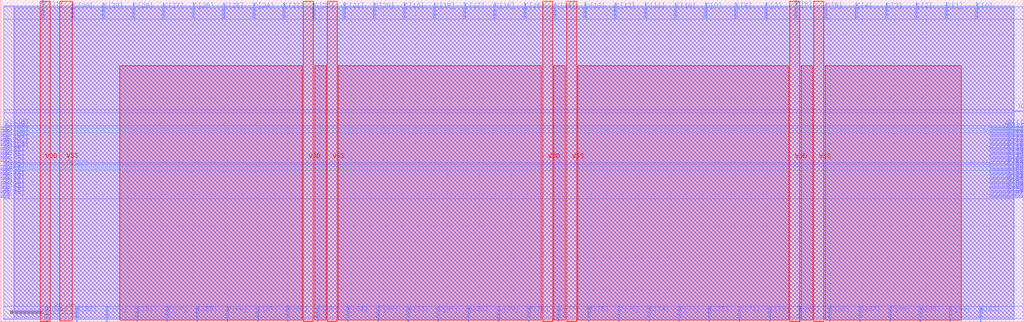
<source format=lef>
VERSION 5.7 ;
  NOWIREEXTENSIONATPIN ON ;
  DIVIDERCHAR "/" ;
  BUSBITCHARS "[]" ;
MACRO NBR128
  CLASS BLOCK ;
  FOREIGN NBR128 ;
  ORIGIN 0.000 0.000 ;
  SIZE 320.540 BY 100.920 ;
  PIN RESET
    PORT
      LAYER met3 ;
        RECT 2.545 47.850 38.500 48.300 ;
    END
  END RESET
  PIN VDD
    DIRECTION INOUT ;
    USE POWER ;
    PORT
      LAYER met4 ;
        RECT 12.360 0.190 15.450 100.435 ;
    END
    PORT
      LAYER met4 ;
        RECT 94.860 0.190 97.950 100.435 ;
    END
    PORT
      LAYER met4 ;
        RECT 169.860 0.190 172.950 100.435 ;
    END
    PORT
      LAYER met4 ;
        RECT 247.360 0.190 250.450 100.435 ;
    END
  END VDD
  PIN VSS
    DIRECTION INOUT ;
    USE GROUND ;
    PORT
      LAYER met4 ;
        RECT 18.525 0.370 22.445 100.435 ;
    END
    PORT
      LAYER met4 ;
        RECT 102.360 0.190 105.450 100.435 ;
    END
    PORT
      LAYER met4 ;
        RECT 177.360 0.190 180.450 100.435 ;
    END
    PORT
      LAYER met4 ;
        RECT 254.860 0.190 257.950 100.435 ;
    END
  END VSS
  PIN C[0]
    PORT
      LAYER met2 ;
        RECT 305.780 95.085 306.000 99.960 ;
    END
  END C[0]
  PIN C[1]
    PORT
      LAYER met2 ;
        RECT 296.340 95.085 296.560 99.960 ;
    END
  END C[1]
  PIN C[2]
    PORT
      LAYER met2 ;
        RECT 286.900 95.085 287.120 99.960 ;
    END
  END C[2]
  PIN C[3]
    PORT
      LAYER met2 ;
        RECT 277.460 95.085 277.680 99.960 ;
    END
  END C[3]
  PIN C[4]
    PORT
      LAYER met2 ;
        RECT 268.020 95.085 268.240 99.960 ;
    END
  END C[4]
  PIN C[5]
    PORT
      LAYER met2 ;
        RECT 258.580 95.085 258.800 99.960 ;
    END
  END C[5]
  PIN C[7]
    PORT
      LAYER met2 ;
        RECT 239.700 95.085 239.920 99.960 ;
    END
  END C[7]
  PIN C[8]
    PORT
      LAYER met2 ;
        RECT 230.260 95.085 230.480 99.960 ;
    END
  END C[8]
  PIN C[9]
    PORT
      LAYER met2 ;
        RECT 220.820 95.085 221.040 99.960 ;
    END
  END C[9]
  PIN C[10]
    PORT
      LAYER met2 ;
        RECT 211.380 95.085 211.600 99.960 ;
    END
  END C[10]
  PIN C[11]
    PORT
      LAYER met2 ;
        RECT 201.940 95.085 202.160 99.960 ;
    END
  END C[11]
  PIN C[12]
    PORT
      LAYER met2 ;
        RECT 192.500 95.085 192.720 99.960 ;
    END
  END C[12]
  PIN C[13]
    PORT
      LAYER met2 ;
        RECT 183.060 95.085 183.280 99.960 ;
    END
  END C[13]
  PIN C[14]
    PORT
      LAYER met2 ;
        RECT 173.620 95.085 173.840 99.960 ;
    END
  END C[14]
  PIN C[15]
    PORT
      LAYER met2 ;
        RECT 164.180 95.085 164.400 99.960 ;
    END
  END C[15]
  PIN C[16]
    PORT
      LAYER met2 ;
        RECT 154.740 95.085 154.960 99.960 ;
    END
  END C[16]
  PIN C[17]
    PORT
      LAYER met2 ;
        RECT 145.300 95.085 145.520 99.960 ;
    END
  END C[17]
  PIN C[18]
    PORT
      LAYER met2 ;
        RECT 135.860 95.085 136.080 99.960 ;
    END
  END C[18]
  PIN C[19]
    PORT
      LAYER met2 ;
        RECT 126.420 95.085 126.640 99.960 ;
    END
  END C[19]
  PIN C[20]
    PORT
      LAYER met2 ;
        RECT 116.980 95.085 117.200 99.960 ;
    END
  END C[20]
  PIN C[21]
    PORT
      LAYER met2 ;
        RECT 107.540 95.085 107.760 99.960 ;
    END
  END C[21]
  PIN C[22]
    PORT
      LAYER met2 ;
        RECT 98.100 95.085 98.320 99.960 ;
    END
  END C[22]
  PIN C[23]
    PORT
      LAYER met2 ;
        RECT 88.660 95.085 88.880 99.960 ;
    END
  END C[23]
  PIN C[24]
    PORT
      LAYER met2 ;
        RECT 79.220 95.085 79.440 99.960 ;
    END
  END C[24]
  PIN C[25]
    PORT
      LAYER met2 ;
        RECT 69.780 95.085 70.000 99.960 ;
    END
  END C[25]
  PIN C[26]
    PORT
      LAYER met2 ;
        RECT 60.340 95.085 60.560 99.960 ;
    END
  END C[26]
  PIN C[27]
    PORT
      LAYER met2 ;
        RECT 50.900 95.085 51.120 99.960 ;
    END
  END C[27]
  PIN C[28]
    PORT
      LAYER met2 ;
        RECT 41.460 95.085 41.680 99.960 ;
    END
  END C[28]
  PIN C[29]
    PORT
      LAYER met2 ;
        RECT 32.020 95.085 32.240 99.960 ;
    END
  END C[29]
  PIN C[30]
    PORT
      LAYER met2 ;
        RECT 22.580 95.085 22.800 99.960 ;
    END
  END C[30]
  PIN C[6]
    PORT
      LAYER met2 ;
        RECT 249.140 95.085 249.360 100.755 ;
    END
  END C[6]
  PIN C[31]
    PORT
      LAYER met2 ;
        RECT 13.140 95.085 13.360 100.920 ;
    END
  END C[31]
  PIN C[32]
    PORT
      LAYER met1 ;
        RECT 0.000 48.740 2.450 49.050 ;
    END
  END C[32]
  PIN C[33]
    PORT
      LAYER met1 ;
        RECT 0.000 48.030 2.450 48.340 ;
    END
  END C[33]
  PIN C[34]
    PORT
      LAYER met1 ;
        RECT 0.000 47.320 2.450 47.630 ;
    END
  END C[34]
  PIN C[35]
    PORT
      LAYER met1 ;
        RECT 0.000 46.610 2.450 46.920 ;
    END
  END C[35]
  PIN C[36]
    PORT
      LAYER met1 ;
        RECT 0.000 45.900 2.450 46.210 ;
    END
  END C[36]
  PIN C[37]
    PORT
      LAYER met1 ;
        RECT 0.000 45.190 2.450 45.500 ;
    END
  END C[37]
  PIN C[38]
    PORT
      LAYER met1 ;
        RECT 0.000 44.480 2.450 44.790 ;
    END
  END C[38]
  PIN C[39]
    PORT
      LAYER met1 ;
        RECT 0.000 43.770 2.450 44.080 ;
    END
  END C[39]
  PIN C[40]
    PORT
      LAYER met1 ;
        RECT 0.000 43.060 2.450 43.370 ;
    END
  END C[40]
  PIN C[41]
    PORT
      LAYER met1 ;
        RECT 0.000 42.350 2.450 42.660 ;
    END
  END C[41]
  PIN C[42]
    PORT
      LAYER met1 ;
        RECT 0.000 41.640 2.450 41.950 ;
    END
  END C[42]
  PIN C[43]
    PORT
      LAYER met1 ;
        RECT 0.000 40.930 2.450 41.240 ;
    END
  END C[43]
  PIN C[44]
    PORT
      LAYER met1 ;
        RECT 0.000 40.220 2.450 40.530 ;
    END
  END C[44]
  PIN C[45]
    PORT
      LAYER met1 ;
        RECT 0.000 39.510 2.450 39.820 ;
    END
  END C[45]
  PIN C[46]
    PORT
      LAYER met1 ;
        RECT 0.000 38.800 2.450 39.110 ;
    END
  END C[46]
  PIN C[47]
    PORT
      LAYER met1 ;
        RECT 310.460 38.790 320.510 39.100 ;
    END
  END C[47]
  PIN C[48]
    PORT
      LAYER met1 ;
        RECT 310.460 39.500 320.510 39.810 ;
    END
  END C[48]
  PIN C[49]
    PORT
      LAYER met1 ;
        RECT 310.460 40.210 320.510 40.520 ;
    END
  END C[49]
  PIN C[50]
    PORT
      LAYER met1 ;
        RECT 310.460 40.920 320.510 41.230 ;
    END
  END C[50]
  PIN C[51]
    PORT
      LAYER met1 ;
        RECT 310.460 41.630 320.510 41.940 ;
    END
  END C[51]
  PIN C[52]
    PORT
      LAYER met1 ;
        RECT 310.460 42.340 320.510 42.650 ;
    END
  END C[52]
  PIN C[53]
    PORT
      LAYER met1 ;
        RECT 310.460 43.050 320.510 43.360 ;
    END
  END C[53]
  PIN C[54]
    PORT
      LAYER met1 ;
        RECT 310.460 43.760 320.510 44.070 ;
    END
  END C[54]
  PIN C[55]
    PORT
      LAYER met1 ;
        RECT 310.460 44.470 320.510 44.780 ;
    END
  END C[55]
  PIN C[56]
    PORT
      LAYER met1 ;
        RECT 310.460 45.180 320.510 45.490 ;
    END
  END C[56]
  PIN C[57]
    PORT
      LAYER met1 ;
        RECT 310.460 45.890 320.510 46.200 ;
    END
  END C[57]
  PIN C[58]
    PORT
      LAYER met1 ;
        RECT 310.460 46.600 320.510 46.910 ;
    END
  END C[58]
  PIN C[59]
    PORT
      LAYER met1 ;
        RECT 310.460 47.310 320.510 47.620 ;
    END
  END C[59]
  PIN C[60]
    PORT
      LAYER met1 ;
        RECT 310.460 48.020 320.510 48.330 ;
    END
  END C[60]
  PIN C[61]
    PORT
      LAYER met1 ;
        RECT 310.460 48.730 320.510 49.040 ;
    END
  END C[61]
  PIN C[62]
    PORT
      LAYER met1 ;
        RECT 310.460 49.440 320.510 49.750 ;
    END
  END C[62]
  PIN C[95]
    PORT
      LAYER met1 ;
        RECT 0.000 50.160 2.450 50.470 ;
    END
  END C[95]
  PIN C[96]
    PORT
      LAYER met1 ;
        RECT 0.000 50.870 2.450 51.180 ;
    END
  END C[96]
  PIN C[97]
    PORT
      LAYER met1 ;
        RECT 0.000 51.580 2.450 51.890 ;
    END
  END C[97]
  PIN C[98]
    PORT
      LAYER met1 ;
        RECT 0.000 52.290 2.450 52.600 ;
    END
  END C[98]
  PIN C[99]
    PORT
      LAYER met1 ;
        RECT 0.000 53.000 2.450 53.310 ;
    END
  END C[99]
  PIN C[100]
    PORT
      LAYER met1 ;
        RECT 0.000 53.710 2.450 54.020 ;
    END
  END C[100]
  PIN C[101]
    PORT
      LAYER met1 ;
        RECT 0.000 54.420 2.450 54.730 ;
    END
  END C[101]
  PIN C[102]
    PORT
      LAYER met1 ;
        RECT 0.000 55.130 2.450 55.440 ;
    END
  END C[102]
  PIN C[103]
    PORT
      LAYER met1 ;
        RECT 0.000 55.840 2.450 56.150 ;
    END
  END C[103]
  PIN C[104]
    PORT
      LAYER met1 ;
        RECT 0.000 56.550 2.450 56.860 ;
    END
  END C[104]
  PIN C[105]
    PORT
      LAYER met1 ;
        RECT 0.000 57.260 2.450 57.570 ;
    END
  END C[105]
  PIN C[106]
    PORT
      LAYER met1 ;
        RECT 0.000 57.970 2.450 58.280 ;
    END
  END C[106]
  PIN C[107]
    PORT
      LAYER met1 ;
        RECT 0.000 58.680 2.450 58.990 ;
    END
  END C[107]
  PIN C[108]
    PORT
      LAYER met1 ;
        RECT 0.000 59.390 2.450 59.700 ;
    END
  END C[108]
  PIN C[109]
    PORT
      LAYER met1 ;
        RECT 0.000 60.100 2.450 60.410 ;
    END
  END C[109]
  PIN C[110]
    PORT
      LAYER met1 ;
        RECT 0.000 60.810 2.450 61.120 ;
    END
  END C[110]
  PIN C[111]
    PORT
      LAYER met1 ;
        RECT 310.460 60.800 320.510 61.110 ;
    END
  END C[111]
  PIN C[112]
    PORT
      LAYER met1 ;
        RECT 310.460 60.090 320.510 60.400 ;
    END
  END C[112]
  PIN C[113]
    PORT
      LAYER met1 ;
        RECT 310.460 59.380 320.510 59.690 ;
    END
  END C[113]
  PIN C[114]
    PORT
      LAYER met1 ;
        RECT 310.460 58.670 320.510 58.980 ;
    END
  END C[114]
  PIN C[115]
    PORT
      LAYER met1 ;
        RECT 310.460 57.960 320.510 58.270 ;
    END
  END C[115]
  PIN C[116]
    PORT
      LAYER met1 ;
        RECT 310.460 57.250 320.510 57.560 ;
    END
  END C[116]
  PIN C[117]
    PORT
      LAYER met1 ;
        RECT 310.460 56.540 320.510 56.850 ;
    END
  END C[117]
  PIN C[118]
    PORT
      LAYER met1 ;
        RECT 310.460 55.830 320.510 56.140 ;
    END
  END C[118]
  PIN C[119]
    PORT
      LAYER met1 ;
        RECT 310.460 55.120 320.510 55.430 ;
    END
  END C[119]
  PIN C[120]
    PORT
      LAYER met1 ;
        RECT 310.460 54.410 320.510 54.720 ;
    END
  END C[120]
  PIN C[121]
    PORT
      LAYER met1 ;
        RECT 310.460 53.700 320.510 54.010 ;
    END
  END C[121]
  PIN C[122]
    PORT
      LAYER met1 ;
        RECT 310.460 52.990 320.510 53.300 ;
    END
  END C[122]
  PIN C[123]
    PORT
      LAYER met1 ;
        RECT 310.460 52.280 320.510 52.590 ;
    END
  END C[123]
  PIN C[124]
    PORT
      LAYER met1 ;
        RECT 310.460 51.570 320.510 51.880 ;
    END
  END C[124]
  PIN C[125]
    PORT
      LAYER met1 ;
        RECT 310.460 50.860 320.510 51.170 ;
    END
  END C[125]
  PIN C[126]
    PORT
      LAYER met1 ;
        RECT 310.460 50.150 320.510 50.460 ;
    END
  END C[126]
  PIN C[127]
    PORT
      LAYER met3 ;
        RECT 308.610 59.690 320.525 60.180 ;
    END
  END C[127]
  PIN C[63]
    PORT
      LAYER met2 ;
        RECT 306.925 0.000 307.205 4.650 ;
    END
  END C[63]
  PIN C[64]
    PORT
      LAYER met2 ;
        RECT 297.485 0.000 297.765 4.650 ;
    END
  END C[64]
  PIN C[65]
    PORT
      LAYER met2 ;
        RECT 288.045 0.000 288.325 4.650 ;
    END
  END C[65]
  PIN C[66]
    PORT
      LAYER met2 ;
        RECT 278.605 0.000 278.885 4.650 ;
    END
  END C[66]
  PIN C[67]
    PORT
      LAYER met2 ;
        RECT 269.165 0.000 269.445 4.650 ;
    END
  END C[67]
  PIN C[68]
    PORT
      LAYER met2 ;
        RECT 259.725 0.000 260.005 4.650 ;
    END
  END C[68]
  PIN C[69]
    PORT
      LAYER met2 ;
        RECT 250.285 0.000 250.565 4.650 ;
    END
  END C[69]
  PIN C[70]
    PORT
      LAYER met2 ;
        RECT 240.845 0.000 241.125 4.650 ;
    END
  END C[70]
  PIN C[71]
    PORT
      LAYER met2 ;
        RECT 231.405 0.000 231.685 4.650 ;
    END
  END C[71]
  PIN C[72]
    PORT
      LAYER met2 ;
        RECT 221.965 0.000 222.245 4.650 ;
    END
  END C[72]
  PIN C[73]
    PORT
      LAYER met2 ;
        RECT 212.525 0.000 212.805 4.650 ;
    END
  END C[73]
  PIN C[74]
    PORT
      LAYER met2 ;
        RECT 203.085 0.000 203.365 4.650 ;
    END
  END C[74]
  PIN C[75]
    PORT
      LAYER met2 ;
        RECT 193.645 0.000 193.925 4.650 ;
    END
  END C[75]
  PIN C[76]
    PORT
      LAYER met2 ;
        RECT 184.205 0.000 184.485 4.650 ;
    END
  END C[76]
  PIN C[77]
    PORT
      LAYER met2 ;
        RECT 174.765 0.000 175.045 4.650 ;
    END
  END C[77]
  PIN C[78]
    PORT
      LAYER met2 ;
        RECT 165.325 0.000 165.605 4.650 ;
    END
  END C[78]
  PIN C[79]
    PORT
      LAYER met2 ;
        RECT 155.885 0.000 156.165 4.650 ;
    END
  END C[79]
  PIN C[80]
    PORT
      LAYER met2 ;
        RECT 146.445 0.000 146.725 4.650 ;
    END
  END C[80]
  PIN C[81]
    PORT
      LAYER met2 ;
        RECT 137.005 0.000 137.285 4.650 ;
    END
  END C[81]
  PIN C[82]
    PORT
      LAYER met2 ;
        RECT 127.565 0.000 127.845 4.650 ;
    END
  END C[82]
  PIN C[83]
    PORT
      LAYER met2 ;
        RECT 118.125 0.000 118.405 4.650 ;
    END
  END C[83]
  PIN C[84]
    PORT
      LAYER met2 ;
        RECT 108.685 0.000 108.965 4.650 ;
    END
  END C[84]
  PIN C[85]
    PORT
      LAYER met2 ;
        RECT 99.245 0.000 99.525 4.650 ;
    END
  END C[85]
  PIN C[86]
    PORT
      LAYER met2 ;
        RECT 89.805 0.000 90.085 4.650 ;
    END
  END C[86]
  PIN C[87]
    PORT
      LAYER met2 ;
        RECT 80.365 0.000 80.645 4.650 ;
    END
  END C[87]
  PIN C[88]
    PORT
      LAYER met2 ;
        RECT 70.925 0.000 71.205 4.650 ;
    END
  END C[88]
  PIN C[89]
    PORT
      LAYER met2 ;
        RECT 61.485 0.000 61.765 4.650 ;
    END
  END C[89]
  PIN C[90]
    PORT
      LAYER met2 ;
        RECT 52.045 0.000 52.325 4.650 ;
    END
  END C[90]
  PIN C[91]
    PORT
      LAYER met2 ;
        RECT 42.605 0.000 42.885 4.650 ;
    END
  END C[91]
  PIN C[92]
    PORT
      LAYER met2 ;
        RECT 33.165 0.000 33.445 4.650 ;
    END
  END C[92]
  PIN C[93]
    PORT
      LAYER met2 ;
        RECT 23.725 0.000 24.005 4.650 ;
    END
  END C[93]
  PIN C[94]
    PORT
      LAYER met2 ;
        RECT 14.285 0.000 14.565 4.650 ;
    END
  END C[94]
  PIN OUT
    PORT
      LAYER met1 ;
        RECT 317.360 65.750 320.540 66.130 ;
    END
  END OUT
  OBS
      LAYER li1 ;
        RECT 4.230 1.390 317.500 98.345 ;
      LAYER met1 ;
        RECT 0.990 66.410 317.690 99.045 ;
        RECT 0.990 65.470 317.080 66.410 ;
        RECT 0.990 61.400 317.690 65.470 ;
        RECT 2.730 61.390 317.690 61.400 ;
        RECT 2.730 49.880 310.180 61.390 ;
        RECT 0.990 49.330 310.180 49.880 ;
        RECT 2.730 38.520 310.180 49.330 ;
        RECT 0.990 38.510 310.180 38.520 ;
        RECT 0.990 0.690 317.690 38.510 ;
      LAYER met2 ;
        RECT 0.990 94.805 12.860 98.795 ;
        RECT 13.640 94.805 22.300 98.795 ;
        RECT 23.080 94.805 31.740 98.795 ;
        RECT 32.520 94.805 41.180 98.795 ;
        RECT 41.960 94.805 50.620 98.795 ;
        RECT 51.400 94.805 60.060 98.795 ;
        RECT 60.840 94.805 69.500 98.795 ;
        RECT 70.280 94.805 78.940 98.795 ;
        RECT 79.720 94.805 88.380 98.795 ;
        RECT 89.160 94.805 97.820 98.795 ;
        RECT 98.600 94.805 107.260 98.795 ;
        RECT 108.040 94.805 116.700 98.795 ;
        RECT 117.480 94.805 126.140 98.795 ;
        RECT 126.920 94.805 135.580 98.795 ;
        RECT 136.360 94.805 145.020 98.795 ;
        RECT 145.800 94.805 154.460 98.795 ;
        RECT 155.240 94.805 163.900 98.795 ;
        RECT 164.680 94.805 173.340 98.795 ;
        RECT 174.120 94.805 182.780 98.795 ;
        RECT 183.560 94.805 192.220 98.795 ;
        RECT 193.000 94.805 201.660 98.795 ;
        RECT 202.440 94.805 211.100 98.795 ;
        RECT 211.880 94.805 220.540 98.795 ;
        RECT 221.320 94.805 229.980 98.795 ;
        RECT 230.760 94.805 239.420 98.795 ;
        RECT 240.200 94.805 248.860 98.795 ;
        RECT 249.640 94.805 258.300 98.795 ;
        RECT 259.080 94.805 267.740 98.795 ;
        RECT 268.520 94.805 277.180 98.795 ;
        RECT 277.960 94.805 286.620 98.795 ;
        RECT 287.400 94.805 296.060 98.795 ;
        RECT 296.840 94.805 305.500 98.795 ;
        RECT 306.280 94.805 320.475 98.795 ;
        RECT 0.990 4.930 320.475 94.805 ;
        RECT 0.990 0.940 14.005 4.930 ;
        RECT 14.845 0.940 23.445 4.930 ;
        RECT 24.285 0.940 32.885 4.930 ;
        RECT 33.725 0.940 42.325 4.930 ;
        RECT 43.165 0.940 51.765 4.930 ;
        RECT 52.605 0.940 61.205 4.930 ;
        RECT 62.045 0.940 70.645 4.930 ;
        RECT 71.485 0.940 80.085 4.930 ;
        RECT 80.925 0.940 89.525 4.930 ;
        RECT 90.365 0.940 98.965 4.930 ;
        RECT 99.805 0.940 108.405 4.930 ;
        RECT 109.245 0.940 117.845 4.930 ;
        RECT 118.685 0.940 127.285 4.930 ;
        RECT 128.125 0.940 136.725 4.930 ;
        RECT 137.565 0.940 146.165 4.930 ;
        RECT 147.005 0.940 155.605 4.930 ;
        RECT 156.445 0.940 165.045 4.930 ;
        RECT 165.885 0.940 174.485 4.930 ;
        RECT 175.325 0.940 183.925 4.930 ;
        RECT 184.765 0.940 193.365 4.930 ;
        RECT 194.205 0.940 202.805 4.930 ;
        RECT 203.645 0.940 212.245 4.930 ;
        RECT 213.085 0.940 221.685 4.930 ;
        RECT 222.525 0.940 231.125 4.930 ;
        RECT 231.965 0.940 240.565 4.930 ;
        RECT 241.405 0.940 250.005 4.930 ;
        RECT 250.845 0.940 259.445 4.930 ;
        RECT 260.285 0.940 268.885 4.930 ;
        RECT 269.725 0.940 278.325 4.930 ;
        RECT 279.165 0.940 287.765 4.930 ;
        RECT 288.605 0.940 297.205 4.930 ;
        RECT 298.045 0.940 306.645 4.930 ;
        RECT 307.485 0.940 320.475 4.930 ;
      LAYER met3 ;
        RECT 4.040 60.580 317.690 99.050 ;
        RECT 4.040 59.290 308.210 60.580 ;
        RECT 4.040 48.700 317.690 59.290 ;
        RECT 38.900 47.450 317.690 48.700 ;
        RECT 4.040 0.685 317.690 47.450 ;
      LAYER met4 ;
        RECT 37.260 0.400 94.460 80.295 ;
        RECT 98.350 0.400 101.960 80.295 ;
        RECT 105.850 0.400 169.460 80.295 ;
        RECT 173.350 0.400 176.960 80.295 ;
        RECT 180.850 0.400 246.960 80.295 ;
        RECT 250.850 0.400 254.460 80.295 ;
        RECT 258.350 0.400 301.075 80.295 ;
  END
END NBR128
END LIBRARY


</source>
